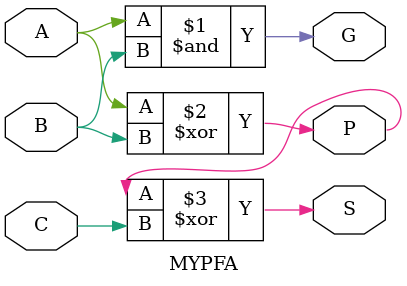
<source format=v>
module MYPFA(A,B,C,S,P,G);
input A,B,C;
output S,P,G;

assign G=A&B;
assign P=A^B;
assign S=P^C;

endmodule

</source>
